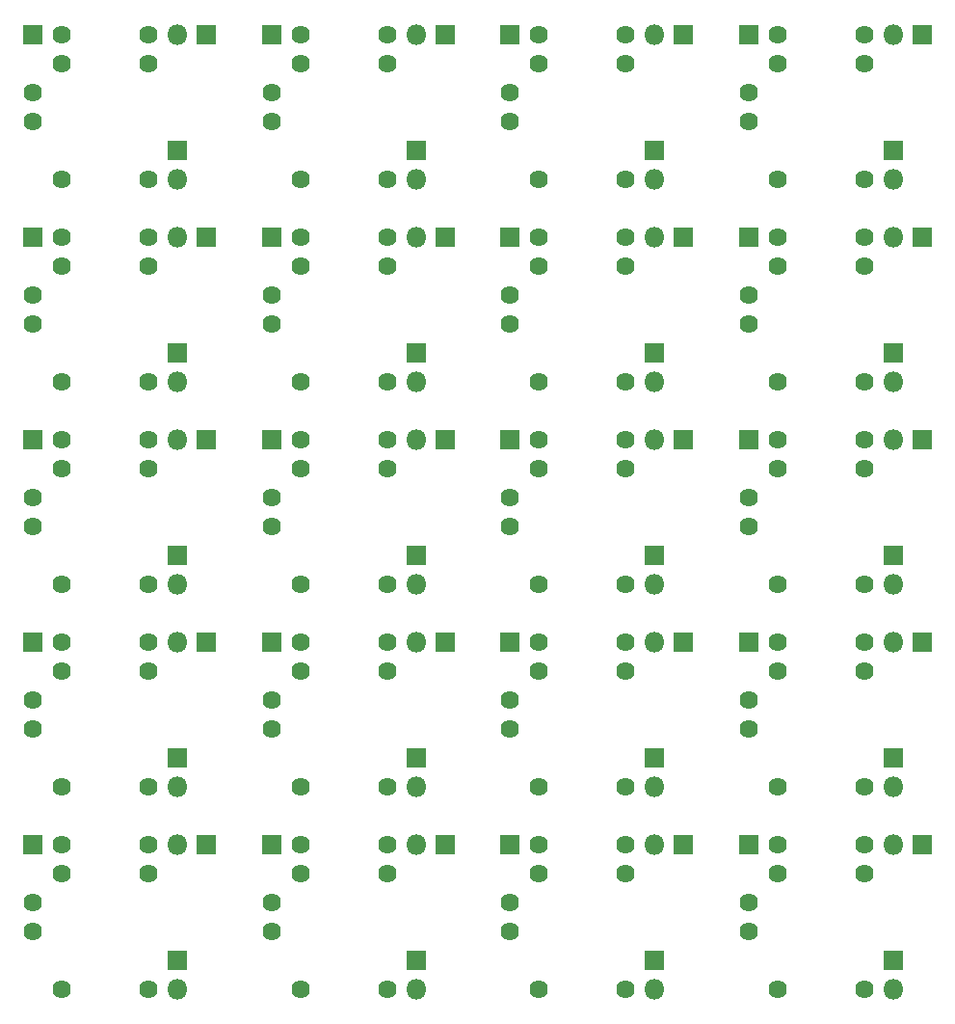
<source format=gts>
G04 #@! TF.GenerationSoftware,KiCad,Pcbnew,(5.1.6)-1*
G04 #@! TF.CreationDate,2020-06-25T08:18:10+09:00*
G04 #@! TF.ProjectId,NOT___,4e4f5462-d851-42e6-9b69-6361645f7063,rev?*
G04 #@! TF.SameCoordinates,Original*
G04 #@! TF.FileFunction,Soldermask,Top*
G04 #@! TF.FilePolarity,Negative*
%FSLAX46Y46*%
G04 Gerber Fmt 4.6, Leading zero omitted, Abs format (unit mm)*
G04 Created by KiCad (PCBNEW (5.1.6)-1) date 2020-06-25 08:18:10*
%MOMM*%
%LPD*%
G01*
G04 APERTURE LIST*
%ADD10R,1.800000X1.800000*%
%ADD11O,1.800000X1.800000*%
%ADD12C,1.624000*%
G04 APERTURE END LIST*
D10*
X116190000Y-106045000D03*
D11*
X113650000Y-106045000D03*
D10*
X95240000Y-106045000D03*
D11*
X92700000Y-106045000D03*
D10*
X74290000Y-106045000D03*
D11*
X71750000Y-106045000D03*
D10*
X53340000Y-106045000D03*
D11*
X50800000Y-106045000D03*
D10*
X116190000Y-88265000D03*
D11*
X113650000Y-88265000D03*
D10*
X95240000Y-88265000D03*
D11*
X92700000Y-88265000D03*
D10*
X74290000Y-88265000D03*
D11*
X71750000Y-88265000D03*
D10*
X53340000Y-88265000D03*
D11*
X50800000Y-88265000D03*
D10*
X116190000Y-70485000D03*
D11*
X113650000Y-70485000D03*
D10*
X95240000Y-70485000D03*
D11*
X92700000Y-70485000D03*
D10*
X74290000Y-70485000D03*
D11*
X71750000Y-70485000D03*
D10*
X53340000Y-70485000D03*
D11*
X50800000Y-70485000D03*
D10*
X116190000Y-52705000D03*
D11*
X113650000Y-52705000D03*
D10*
X95240000Y-52705000D03*
D11*
X92700000Y-52705000D03*
D10*
X74290000Y-52705000D03*
D11*
X71750000Y-52705000D03*
D10*
X53340000Y-52705000D03*
D11*
X50800000Y-52705000D03*
D10*
X116190000Y-34925000D03*
D11*
X113650000Y-34925000D03*
D10*
X95240000Y-34925000D03*
D11*
X92700000Y-34925000D03*
D10*
X74290000Y-34925000D03*
D11*
X71750000Y-34925000D03*
D10*
X100950000Y-106045000D03*
X80000000Y-106045000D03*
X59050000Y-106045000D03*
X38100000Y-106045000D03*
X100950000Y-88265000D03*
X80000000Y-88265000D03*
X59050000Y-88265000D03*
X38100000Y-88265000D03*
X100950000Y-70485000D03*
X80000000Y-70485000D03*
X59050000Y-70485000D03*
X38100000Y-70485000D03*
X100950000Y-52705000D03*
X80000000Y-52705000D03*
X59050000Y-52705000D03*
X38100000Y-52705000D03*
X100950000Y-34925000D03*
X80000000Y-34925000D03*
X59050000Y-34925000D03*
D12*
X103490000Y-106045000D03*
X111110000Y-106045000D03*
X111110000Y-108585000D03*
X103490000Y-108585000D03*
X103490000Y-118745000D03*
X111110000Y-118745000D03*
X82540000Y-106045000D03*
X90160000Y-106045000D03*
X90160000Y-108585000D03*
X82540000Y-108585000D03*
X82540000Y-118745000D03*
X90160000Y-118745000D03*
X61590000Y-106045000D03*
X69210000Y-106045000D03*
X69210000Y-108585000D03*
X61590000Y-108585000D03*
X61590000Y-118745000D03*
X69210000Y-118745000D03*
X40640000Y-106045000D03*
X48260000Y-106045000D03*
X48260000Y-108585000D03*
X40640000Y-108585000D03*
X40640000Y-118745000D03*
X48260000Y-118745000D03*
X103490000Y-88265000D03*
X111110000Y-88265000D03*
X111110000Y-90805000D03*
X103490000Y-90805000D03*
X103490000Y-100965000D03*
X111110000Y-100965000D03*
X82540000Y-88265000D03*
X90160000Y-88265000D03*
X90160000Y-90805000D03*
X82540000Y-90805000D03*
X82540000Y-100965000D03*
X90160000Y-100965000D03*
X61590000Y-88265000D03*
X69210000Y-88265000D03*
X69210000Y-90805000D03*
X61590000Y-90805000D03*
X61590000Y-100965000D03*
X69210000Y-100965000D03*
X40640000Y-88265000D03*
X48260000Y-88265000D03*
X48260000Y-90805000D03*
X40640000Y-90805000D03*
X40640000Y-100965000D03*
X48260000Y-100965000D03*
X103490000Y-70485000D03*
X111110000Y-70485000D03*
X111110000Y-73025000D03*
X103490000Y-73025000D03*
X103490000Y-83185000D03*
X111110000Y-83185000D03*
X82540000Y-70485000D03*
X90160000Y-70485000D03*
X90160000Y-73025000D03*
X82540000Y-73025000D03*
X82540000Y-83185000D03*
X90160000Y-83185000D03*
X61590000Y-70485000D03*
X69210000Y-70485000D03*
X69210000Y-73025000D03*
X61590000Y-73025000D03*
X61590000Y-83185000D03*
X69210000Y-83185000D03*
X40640000Y-70485000D03*
X48260000Y-70485000D03*
X48260000Y-73025000D03*
X40640000Y-73025000D03*
X40640000Y-83185000D03*
X48260000Y-83185000D03*
X103490000Y-52705000D03*
X111110000Y-52705000D03*
X111110000Y-55245000D03*
X103490000Y-55245000D03*
X103490000Y-65405000D03*
X111110000Y-65405000D03*
X82540000Y-52705000D03*
X90160000Y-52705000D03*
X90160000Y-55245000D03*
X82540000Y-55245000D03*
X82540000Y-65405000D03*
X90160000Y-65405000D03*
X61590000Y-52705000D03*
X69210000Y-52705000D03*
X69210000Y-55245000D03*
X61590000Y-55245000D03*
X61590000Y-65405000D03*
X69210000Y-65405000D03*
X40640000Y-52705000D03*
X48260000Y-52705000D03*
X48260000Y-55245000D03*
X40640000Y-55245000D03*
X40640000Y-65405000D03*
X48260000Y-65405000D03*
X103490000Y-34925000D03*
X111110000Y-34925000D03*
X111110000Y-37465000D03*
X103490000Y-37465000D03*
X103490000Y-47625000D03*
X111110000Y-47625000D03*
X82540000Y-34925000D03*
X90160000Y-34925000D03*
X90160000Y-37465000D03*
X82540000Y-37465000D03*
X82540000Y-47625000D03*
X90160000Y-47625000D03*
X61590000Y-34925000D03*
X69210000Y-34925000D03*
X69210000Y-37465000D03*
X61590000Y-37465000D03*
X61590000Y-47625000D03*
X69210000Y-47625000D03*
D11*
X113650000Y-118745000D03*
D10*
X113650000Y-116205000D03*
D11*
X92700000Y-118745000D03*
D10*
X92700000Y-116205000D03*
D11*
X71750000Y-118745000D03*
D10*
X71750000Y-116205000D03*
D11*
X50800000Y-118745000D03*
D10*
X50800000Y-116205000D03*
D11*
X113650000Y-100965000D03*
D10*
X113650000Y-98425000D03*
D11*
X92700000Y-100965000D03*
D10*
X92700000Y-98425000D03*
D11*
X71750000Y-100965000D03*
D10*
X71750000Y-98425000D03*
D11*
X50800000Y-100965000D03*
D10*
X50800000Y-98425000D03*
D11*
X113650000Y-83185000D03*
D10*
X113650000Y-80645000D03*
D11*
X92700000Y-83185000D03*
D10*
X92700000Y-80645000D03*
D11*
X71750000Y-83185000D03*
D10*
X71750000Y-80645000D03*
D11*
X50800000Y-83185000D03*
D10*
X50800000Y-80645000D03*
D11*
X113650000Y-65405000D03*
D10*
X113650000Y-62865000D03*
D11*
X92700000Y-65405000D03*
D10*
X92700000Y-62865000D03*
D11*
X71750000Y-65405000D03*
D10*
X71750000Y-62865000D03*
D11*
X50800000Y-65405000D03*
D10*
X50800000Y-62865000D03*
D11*
X113650000Y-47625000D03*
D10*
X113650000Y-45085000D03*
D11*
X92700000Y-47625000D03*
D10*
X92700000Y-45085000D03*
D11*
X71750000Y-47625000D03*
D10*
X71750000Y-45085000D03*
D12*
X100950000Y-111125000D03*
X100950000Y-113665000D03*
X80000000Y-111125000D03*
X80000000Y-113665000D03*
X59050000Y-111125000D03*
X59050000Y-113665000D03*
X38100000Y-111125000D03*
X38100000Y-113665000D03*
X100950000Y-93345000D03*
X100950000Y-95885000D03*
X80000000Y-93345000D03*
X80000000Y-95885000D03*
X59050000Y-93345000D03*
X59050000Y-95885000D03*
X38100000Y-93345000D03*
X38100000Y-95885000D03*
X100950000Y-75565000D03*
X100950000Y-78105000D03*
X80000000Y-75565000D03*
X80000000Y-78105000D03*
X59050000Y-75565000D03*
X59050000Y-78105000D03*
X38100000Y-75565000D03*
X38100000Y-78105000D03*
X100950000Y-57785000D03*
X100950000Y-60325000D03*
X80000000Y-57785000D03*
X80000000Y-60325000D03*
X59050000Y-57785000D03*
X59050000Y-60325000D03*
X38100000Y-57785000D03*
X38100000Y-60325000D03*
X100950000Y-40005000D03*
X100950000Y-42545000D03*
X80000000Y-40005000D03*
X80000000Y-42545000D03*
X59050000Y-40005000D03*
X59050000Y-42545000D03*
D10*
X38100000Y-34925000D03*
D12*
X38100000Y-42545000D03*
X38100000Y-40005000D03*
D11*
X50800000Y-34925000D03*
D10*
X53340000Y-34925000D03*
X50800000Y-45085000D03*
D11*
X50800000Y-47625000D03*
D12*
X48260000Y-47625000D03*
X40640000Y-47625000D03*
X40640000Y-37465000D03*
X48260000Y-37465000D03*
X48260000Y-34925000D03*
X40640000Y-34925000D03*
M02*

</source>
